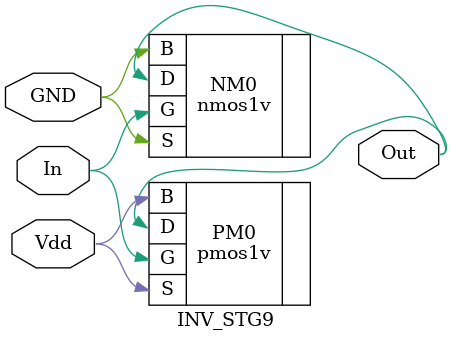
<source format=v>

module INV_STG9 (
GND,Vdd,In,Out );
input  GND;
input  Vdd;
input  In;
output  Out;
wire Vdd;
wire In;
wire GND;
wire Out;

nmos1v    
 NM0  ( .S( GND ), .G( In ), .B( GND ), .D( Out ) );

pmos1v    
 PM0  ( .S( Vdd ), .G( In ), .B( Vdd ), .D( Out ) );

endmodule


</source>
